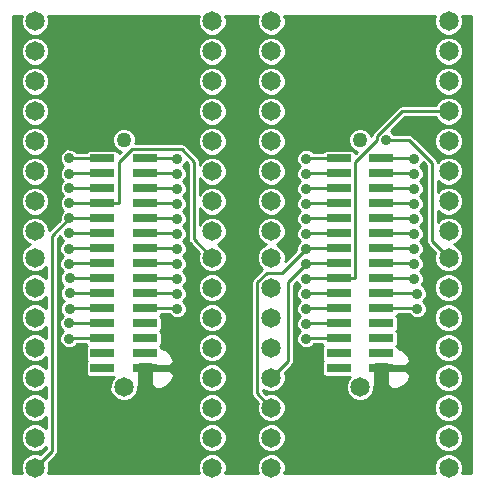
<source format=gbl>
G04 (created by PCBNEW (2013-mar-13)-testing) date Tue 20 Aug 2013 10:34:20 AM PDT*
%MOIN*%
G04 Gerber Fmt 3.4, Leading zero omitted, Abs format*
%FSLAX34Y34*%
G01*
G70*
G90*
G04 APERTURE LIST*
%ADD10C,0.005906*%
%ADD11C,0.065000*%
%ADD12R,0.083000X0.026000*%
%ADD13C,0.050000*%
%ADD14C,0.035000*%
%ADD15C,0.010000*%
G04 APERTURE END LIST*
G54D10*
G54D11*
X20669Y-20122D03*
X20669Y-21122D03*
X20669Y-22122D03*
X20669Y-23122D03*
X20669Y-24122D03*
X20669Y-25122D03*
X20669Y-26122D03*
X20669Y-27122D03*
X26574Y-27122D03*
X26574Y-26122D03*
X26574Y-25122D03*
X26574Y-24122D03*
X26574Y-23122D03*
X26574Y-22122D03*
X26574Y-21122D03*
X26574Y-20122D03*
X20669Y-27996D03*
X20669Y-28996D03*
X20669Y-29996D03*
X20669Y-30996D03*
X20669Y-31996D03*
X20669Y-32996D03*
X20669Y-33996D03*
X20669Y-34996D03*
X26574Y-34996D03*
X26574Y-33996D03*
X26574Y-32996D03*
X26574Y-31996D03*
X26574Y-30996D03*
X26574Y-29996D03*
X26574Y-28996D03*
X26574Y-27996D03*
X28543Y-20122D03*
X28543Y-21122D03*
X28543Y-22122D03*
X28543Y-23122D03*
X28543Y-24122D03*
X28543Y-25122D03*
X28543Y-26122D03*
X28543Y-27122D03*
X34448Y-27122D03*
X34448Y-26122D03*
X34448Y-25122D03*
X34448Y-24122D03*
X34448Y-23122D03*
X34448Y-22122D03*
X34448Y-21122D03*
X34448Y-20122D03*
X28543Y-27996D03*
X28543Y-28996D03*
X28543Y-29996D03*
X28543Y-30996D03*
X28543Y-31996D03*
X28543Y-32996D03*
X28543Y-33996D03*
X28543Y-34996D03*
X34448Y-34996D03*
X34448Y-33996D03*
X34448Y-32996D03*
X34448Y-31996D03*
X34448Y-30996D03*
X34448Y-29996D03*
X34448Y-28996D03*
X34448Y-27996D03*
G54D12*
X24332Y-24688D03*
X22912Y-24688D03*
X24332Y-25188D03*
X22912Y-25188D03*
X24332Y-25688D03*
X22912Y-25688D03*
X24332Y-26188D03*
X22912Y-26188D03*
X24332Y-26688D03*
X22912Y-26688D03*
X24332Y-27188D03*
X22912Y-27188D03*
X24332Y-27688D03*
X22912Y-27688D03*
X24332Y-28188D03*
X22912Y-28188D03*
X24332Y-28688D03*
X22912Y-28688D03*
X24332Y-29188D03*
X22912Y-29188D03*
X24332Y-29688D03*
X22912Y-29688D03*
X24332Y-30188D03*
X22912Y-30188D03*
X24332Y-30688D03*
X22912Y-30688D03*
X24332Y-31188D03*
X22912Y-31188D03*
X24332Y-31688D03*
X22912Y-31688D03*
G54D13*
X23622Y-24068D03*
G54D11*
X23622Y-32308D03*
G54D12*
X32206Y-24688D03*
X30786Y-24688D03*
X32206Y-25188D03*
X30786Y-25188D03*
X32206Y-25688D03*
X30786Y-25688D03*
X32206Y-26188D03*
X30786Y-26188D03*
X32206Y-26688D03*
X30786Y-26688D03*
X32206Y-27188D03*
X30786Y-27188D03*
X32206Y-27688D03*
X30786Y-27688D03*
X32206Y-28188D03*
X30786Y-28188D03*
X32206Y-28688D03*
X30786Y-28688D03*
X32206Y-29188D03*
X30786Y-29188D03*
X32206Y-29688D03*
X30786Y-29688D03*
X32206Y-30188D03*
X30786Y-30188D03*
X32206Y-30688D03*
X30786Y-30688D03*
X32206Y-31188D03*
X30786Y-31188D03*
X32206Y-31688D03*
X30786Y-31688D03*
G54D13*
X31496Y-24068D03*
G54D11*
X31496Y-32308D03*
G54D14*
X25400Y-28700D03*
X21800Y-27700D03*
X21811Y-27165D03*
X21811Y-26692D03*
X21811Y-26181D03*
X21811Y-25669D03*
X21811Y-25196D03*
X21811Y-24685D03*
X25400Y-29200D03*
X25400Y-29700D03*
X21800Y-30700D03*
X21800Y-30180D03*
X21820Y-29700D03*
X21820Y-29180D03*
X21820Y-28680D03*
X21800Y-28200D03*
X33300Y-28700D03*
X29700Y-27700D03*
X29700Y-27200D03*
X29700Y-26700D03*
X29700Y-26200D03*
X32373Y-24080D03*
X29700Y-25700D03*
X29700Y-25200D03*
X29700Y-24700D03*
X33400Y-29200D03*
X33400Y-29700D03*
X29700Y-30700D03*
X29700Y-30200D03*
X29700Y-29700D03*
X29700Y-29200D03*
X29700Y-28700D03*
X29700Y-28200D03*
X25400Y-24700D03*
X25400Y-25200D03*
X25400Y-25700D03*
X25400Y-26200D03*
X25400Y-26700D03*
X25400Y-27200D03*
X25400Y-27700D03*
X25400Y-28200D03*
X33300Y-24700D03*
X33300Y-25200D03*
X33300Y-25700D03*
X33300Y-26200D03*
X33300Y-26700D03*
X33300Y-27200D03*
X33300Y-27700D03*
X33300Y-28200D03*
X25400Y-31700D03*
X33400Y-31700D03*
G54D15*
X25388Y-28688D02*
X25400Y-28700D01*
X24332Y-28688D02*
X25388Y-28688D01*
X21811Y-27688D02*
X21800Y-27700D01*
X22912Y-27688D02*
X21811Y-27688D01*
X21834Y-27188D02*
X21811Y-27165D01*
X22912Y-27188D02*
X21834Y-27188D01*
X21814Y-26688D02*
X21811Y-26692D01*
X22912Y-26688D02*
X21814Y-26688D01*
X21214Y-34451D02*
X20669Y-34996D01*
X21214Y-34451D02*
X21214Y-34451D01*
X21214Y-27289D02*
X21214Y-34451D01*
X21811Y-26692D02*
X21214Y-27289D01*
X21818Y-26188D02*
X21811Y-26181D01*
X22912Y-26188D02*
X21818Y-26188D01*
X22912Y-26188D02*
X23457Y-26188D01*
X25955Y-27376D02*
X26574Y-27996D01*
X25955Y-27376D02*
X25955Y-27376D01*
X25955Y-24796D02*
X25955Y-27376D01*
X25548Y-24388D02*
X25955Y-24796D01*
X23891Y-24388D02*
X25548Y-24388D01*
X23457Y-24822D02*
X23891Y-24388D01*
X23457Y-26188D02*
X23457Y-24822D01*
X21830Y-25688D02*
X21811Y-25669D01*
X22912Y-25688D02*
X21830Y-25688D01*
X21818Y-25188D02*
X21811Y-25196D01*
X22912Y-25188D02*
X21818Y-25188D01*
X21814Y-24688D02*
X21811Y-24685D01*
X22912Y-24688D02*
X21814Y-24688D01*
X25388Y-29188D02*
X25400Y-29200D01*
X24332Y-29188D02*
X25388Y-29188D01*
X25388Y-29688D02*
X25400Y-29700D01*
X24332Y-29688D02*
X25388Y-29688D01*
X21811Y-30688D02*
X21800Y-30700D01*
X22912Y-30688D02*
X21811Y-30688D01*
X21808Y-30188D02*
X21800Y-30180D01*
X22912Y-30188D02*
X21808Y-30188D01*
X21831Y-29688D02*
X21820Y-29700D01*
X22912Y-29688D02*
X21831Y-29688D01*
X21828Y-29188D02*
X21820Y-29180D01*
X22912Y-29188D02*
X21828Y-29188D01*
X21828Y-28688D02*
X21820Y-28680D01*
X22912Y-28688D02*
X21828Y-28688D01*
X21811Y-28188D02*
X21800Y-28200D01*
X22912Y-28188D02*
X21811Y-28188D01*
X33288Y-28688D02*
X33300Y-28700D01*
X32206Y-28688D02*
X33288Y-28688D01*
X29711Y-27688D02*
X29700Y-27700D01*
X30786Y-27688D02*
X29711Y-27688D01*
X28072Y-32525D02*
X28543Y-32996D01*
X28072Y-28817D02*
X28072Y-32525D01*
X28394Y-28496D02*
X28072Y-28817D01*
X28903Y-28496D02*
X28394Y-28496D01*
X29700Y-27700D02*
X28903Y-28496D01*
X29711Y-27188D02*
X29700Y-27200D01*
X30786Y-27188D02*
X29711Y-27188D01*
X29711Y-26688D02*
X29700Y-26700D01*
X30786Y-26688D02*
X29711Y-26688D01*
X29711Y-26188D02*
X29700Y-26200D01*
X30786Y-26188D02*
X29711Y-26188D01*
X33890Y-27438D02*
X34448Y-27996D01*
X33890Y-24832D02*
X33890Y-27438D01*
X33138Y-24080D02*
X33890Y-24832D01*
X32373Y-24080D02*
X33138Y-24080D01*
X29711Y-25688D02*
X29700Y-25700D01*
X30786Y-25688D02*
X29711Y-25688D01*
X29711Y-25188D02*
X29700Y-25200D01*
X30786Y-25188D02*
X29711Y-25188D01*
X29711Y-24688D02*
X29700Y-24700D01*
X30786Y-24688D02*
X29711Y-24688D01*
X33388Y-29188D02*
X33400Y-29200D01*
X32206Y-29188D02*
X33388Y-29188D01*
X33388Y-29688D02*
X33400Y-29700D01*
X32206Y-29688D02*
X33388Y-29688D01*
X29711Y-30688D02*
X29700Y-30700D01*
X30786Y-30688D02*
X29711Y-30688D01*
X29711Y-30188D02*
X29700Y-30200D01*
X30786Y-30188D02*
X29711Y-30188D01*
X29711Y-29688D02*
X29700Y-29700D01*
X30786Y-29688D02*
X29711Y-29688D01*
X29711Y-29188D02*
X29700Y-29200D01*
X30786Y-29188D02*
X29711Y-29188D01*
X29711Y-28688D02*
X29700Y-28700D01*
X30786Y-28688D02*
X29711Y-28688D01*
X30786Y-28688D02*
X31331Y-28688D01*
X31331Y-24824D02*
X31331Y-28688D01*
X32068Y-24087D02*
X31331Y-24824D01*
X32068Y-23954D02*
X32068Y-24087D01*
X32900Y-23122D02*
X32068Y-23954D01*
X34448Y-23122D02*
X32900Y-23122D01*
X29711Y-28188D02*
X29700Y-28200D01*
X30786Y-28188D02*
X29711Y-28188D01*
X29088Y-31451D02*
X28543Y-31996D01*
X29088Y-28811D02*
X29088Y-31451D01*
X29700Y-28200D02*
X29088Y-28811D01*
X25388Y-24688D02*
X25400Y-24700D01*
X24332Y-24688D02*
X25388Y-24688D01*
X25388Y-25188D02*
X25400Y-25200D01*
X24332Y-25188D02*
X25388Y-25188D01*
X25388Y-25688D02*
X25400Y-25700D01*
X24332Y-25688D02*
X25388Y-25688D01*
X25388Y-26188D02*
X25400Y-26200D01*
X24332Y-26188D02*
X25388Y-26188D01*
X25388Y-26688D02*
X25400Y-26700D01*
X24332Y-26688D02*
X25388Y-26688D01*
X25388Y-27188D02*
X25400Y-27200D01*
X24332Y-27188D02*
X25388Y-27188D01*
X25388Y-27688D02*
X25400Y-27700D01*
X24332Y-27688D02*
X25388Y-27688D01*
X25388Y-28188D02*
X25400Y-28200D01*
X24332Y-28188D02*
X25388Y-28188D01*
X33288Y-24688D02*
X33300Y-24700D01*
X32206Y-24688D02*
X33288Y-24688D01*
X33288Y-25188D02*
X33300Y-25200D01*
X32206Y-25188D02*
X33288Y-25188D01*
X33288Y-25688D02*
X33300Y-25700D01*
X32206Y-25688D02*
X33288Y-25688D01*
X33288Y-26188D02*
X33300Y-26200D01*
X32206Y-26188D02*
X33288Y-26188D01*
X33288Y-26688D02*
X33300Y-26700D01*
X32206Y-26688D02*
X33288Y-26688D01*
X33288Y-27188D02*
X33300Y-27200D01*
X32206Y-27188D02*
X33288Y-27188D01*
X33288Y-27688D02*
X33300Y-27700D01*
X32206Y-27688D02*
X33288Y-27688D01*
X33288Y-28188D02*
X33300Y-28200D01*
X32206Y-28188D02*
X33288Y-28188D01*
X25388Y-31688D02*
X25400Y-31700D01*
X24332Y-31688D02*
X25388Y-31688D01*
X33388Y-31688D02*
X33400Y-31700D01*
X32206Y-31688D02*
X33388Y-31688D01*
G54D10*
G36*
X35186Y-35186D02*
X34884Y-35186D01*
X34923Y-35090D01*
X34923Y-34901D01*
X34923Y-33901D01*
X34923Y-32901D01*
X34923Y-31901D01*
X34923Y-30901D01*
X34923Y-29901D01*
X34923Y-28901D01*
X34923Y-27901D01*
X34851Y-27727D01*
X34718Y-27593D01*
X34635Y-27559D01*
X34717Y-27524D01*
X34851Y-27391D01*
X34923Y-27216D01*
X34923Y-27027D01*
X34851Y-26853D01*
X34718Y-26719D01*
X34543Y-26647D01*
X34354Y-26646D01*
X34180Y-26719D01*
X34090Y-26808D01*
X34090Y-26435D01*
X34179Y-26524D01*
X34353Y-26596D01*
X34542Y-26597D01*
X34717Y-26524D01*
X34851Y-26391D01*
X34923Y-26216D01*
X34923Y-26027D01*
X34851Y-25853D01*
X34718Y-25719D01*
X34543Y-25647D01*
X34354Y-25646D01*
X34180Y-25719D01*
X34090Y-25808D01*
X34090Y-25435D01*
X34179Y-25524D01*
X34353Y-25596D01*
X34542Y-25597D01*
X34717Y-25524D01*
X34851Y-25391D01*
X34923Y-25216D01*
X34923Y-25027D01*
X34923Y-24027D01*
X34851Y-23853D01*
X34718Y-23719D01*
X34543Y-23647D01*
X34354Y-23646D01*
X34180Y-23719D01*
X34046Y-23852D01*
X33973Y-24027D01*
X33973Y-24216D01*
X34045Y-24390D01*
X34179Y-24524D01*
X34353Y-24596D01*
X34542Y-24597D01*
X34717Y-24524D01*
X34851Y-24391D01*
X34923Y-24216D01*
X34923Y-24027D01*
X34923Y-25027D01*
X34851Y-24853D01*
X34718Y-24719D01*
X34543Y-24647D01*
X34354Y-24646D01*
X34180Y-24719D01*
X34086Y-24812D01*
X34078Y-24768D01*
X34075Y-24756D01*
X34075Y-24756D01*
X34032Y-24691D01*
X33280Y-23939D01*
X33215Y-23895D01*
X33138Y-23880D01*
X32633Y-23880D01*
X32557Y-23805D01*
X32517Y-23788D01*
X32983Y-23322D01*
X34017Y-23322D01*
X34045Y-23390D01*
X34179Y-23524D01*
X34353Y-23596D01*
X34542Y-23597D01*
X34717Y-23524D01*
X34851Y-23391D01*
X34923Y-23216D01*
X34923Y-23027D01*
X34923Y-22027D01*
X34923Y-21027D01*
X34851Y-20853D01*
X34718Y-20719D01*
X34543Y-20647D01*
X34354Y-20646D01*
X34180Y-20719D01*
X34046Y-20852D01*
X33973Y-21027D01*
X33973Y-21216D01*
X34045Y-21390D01*
X34179Y-21524D01*
X34353Y-21596D01*
X34542Y-21597D01*
X34717Y-21524D01*
X34851Y-21391D01*
X34923Y-21216D01*
X34923Y-21027D01*
X34923Y-22027D01*
X34851Y-21853D01*
X34718Y-21719D01*
X34543Y-21647D01*
X34354Y-21646D01*
X34180Y-21719D01*
X34046Y-21852D01*
X33973Y-22027D01*
X33973Y-22216D01*
X34045Y-22390D01*
X34179Y-22524D01*
X34353Y-22596D01*
X34542Y-22597D01*
X34717Y-22524D01*
X34851Y-22391D01*
X34923Y-22216D01*
X34923Y-22027D01*
X34923Y-23027D01*
X34851Y-22853D01*
X34718Y-22719D01*
X34543Y-22647D01*
X34354Y-22646D01*
X34180Y-22719D01*
X34046Y-22852D01*
X34017Y-22922D01*
X32900Y-22922D01*
X32824Y-22937D01*
X32759Y-22980D01*
X31927Y-23812D01*
X31883Y-23877D01*
X31872Y-23933D01*
X31835Y-23842D01*
X31722Y-23730D01*
X31575Y-23669D01*
X31416Y-23668D01*
X31269Y-23729D01*
X31157Y-23842D01*
X31096Y-23989D01*
X31095Y-24148D01*
X31156Y-24295D01*
X31269Y-24407D01*
X31407Y-24465D01*
X31348Y-24523D01*
X31328Y-24474D01*
X31286Y-24431D01*
X31230Y-24408D01*
X31171Y-24408D01*
X30341Y-24408D01*
X30286Y-24431D01*
X30243Y-24474D01*
X30237Y-24488D01*
X29948Y-24488D01*
X29884Y-24424D01*
X29764Y-24375D01*
X29635Y-24374D01*
X29516Y-24424D01*
X29424Y-24515D01*
X29375Y-24635D01*
X29374Y-24764D01*
X29424Y-24883D01*
X29490Y-24950D01*
X29424Y-25015D01*
X29375Y-25135D01*
X29374Y-25264D01*
X29424Y-25383D01*
X29490Y-25450D01*
X29424Y-25515D01*
X29375Y-25635D01*
X29374Y-25764D01*
X29424Y-25883D01*
X29490Y-25950D01*
X29424Y-26015D01*
X29375Y-26135D01*
X29374Y-26264D01*
X29424Y-26383D01*
X29490Y-26450D01*
X29424Y-26515D01*
X29375Y-26635D01*
X29374Y-26764D01*
X29424Y-26883D01*
X29490Y-26950D01*
X29424Y-27015D01*
X29375Y-27135D01*
X29374Y-27264D01*
X29424Y-27383D01*
X29490Y-27450D01*
X29424Y-27515D01*
X29375Y-27635D01*
X29374Y-27742D01*
X29012Y-28104D01*
X29018Y-28090D01*
X29018Y-27901D01*
X28946Y-27727D01*
X28812Y-27593D01*
X28729Y-27559D01*
X28812Y-27524D01*
X28945Y-27391D01*
X29018Y-27216D01*
X29018Y-27027D01*
X29018Y-26027D01*
X29018Y-25027D01*
X29018Y-24027D01*
X29018Y-23027D01*
X29018Y-22027D01*
X29018Y-21027D01*
X28946Y-20853D01*
X28812Y-20719D01*
X28638Y-20647D01*
X28449Y-20646D01*
X28274Y-20719D01*
X28140Y-20852D01*
X28068Y-21027D01*
X28068Y-21216D01*
X28140Y-21390D01*
X28273Y-21524D01*
X28448Y-21596D01*
X28637Y-21597D01*
X28812Y-21524D01*
X28945Y-21391D01*
X29018Y-21216D01*
X29018Y-21027D01*
X29018Y-22027D01*
X28946Y-21853D01*
X28812Y-21719D01*
X28638Y-21647D01*
X28449Y-21646D01*
X28274Y-21719D01*
X28140Y-21852D01*
X28068Y-22027D01*
X28068Y-22216D01*
X28140Y-22390D01*
X28273Y-22524D01*
X28448Y-22596D01*
X28637Y-22597D01*
X28812Y-22524D01*
X28945Y-22391D01*
X29018Y-22216D01*
X29018Y-22027D01*
X29018Y-23027D01*
X28946Y-22853D01*
X28812Y-22719D01*
X28638Y-22647D01*
X28449Y-22646D01*
X28274Y-22719D01*
X28140Y-22852D01*
X28068Y-23027D01*
X28068Y-23216D01*
X28140Y-23390D01*
X28273Y-23524D01*
X28448Y-23596D01*
X28637Y-23597D01*
X28812Y-23524D01*
X28945Y-23391D01*
X29018Y-23216D01*
X29018Y-23027D01*
X29018Y-24027D01*
X28946Y-23853D01*
X28812Y-23719D01*
X28638Y-23647D01*
X28449Y-23646D01*
X28274Y-23719D01*
X28140Y-23852D01*
X28068Y-24027D01*
X28068Y-24216D01*
X28140Y-24390D01*
X28273Y-24524D01*
X28448Y-24596D01*
X28637Y-24597D01*
X28812Y-24524D01*
X28945Y-24391D01*
X29018Y-24216D01*
X29018Y-24027D01*
X29018Y-25027D01*
X28946Y-24853D01*
X28812Y-24719D01*
X28638Y-24647D01*
X28449Y-24646D01*
X28274Y-24719D01*
X28140Y-24852D01*
X28068Y-25027D01*
X28068Y-25216D01*
X28140Y-25390D01*
X28273Y-25524D01*
X28448Y-25596D01*
X28637Y-25597D01*
X28812Y-25524D01*
X28945Y-25391D01*
X29018Y-25216D01*
X29018Y-25027D01*
X29018Y-26027D01*
X28946Y-25853D01*
X28812Y-25719D01*
X28638Y-25647D01*
X28449Y-25646D01*
X28274Y-25719D01*
X28140Y-25852D01*
X28068Y-26027D01*
X28068Y-26216D01*
X28140Y-26390D01*
X28273Y-26524D01*
X28448Y-26596D01*
X28637Y-26597D01*
X28812Y-26524D01*
X28945Y-26391D01*
X29018Y-26216D01*
X29018Y-26027D01*
X29018Y-27027D01*
X28946Y-26853D01*
X28812Y-26719D01*
X28638Y-26647D01*
X28449Y-26646D01*
X28274Y-26719D01*
X28140Y-26852D01*
X28068Y-27027D01*
X28068Y-27216D01*
X28140Y-27390D01*
X28273Y-27524D01*
X28357Y-27559D01*
X28274Y-27593D01*
X28140Y-27726D01*
X28068Y-27901D01*
X28068Y-28090D01*
X28140Y-28264D01*
X28241Y-28365D01*
X27931Y-28676D01*
X27887Y-28740D01*
X27872Y-28817D01*
X27872Y-32525D01*
X27887Y-32601D01*
X27931Y-32666D01*
X28096Y-32832D01*
X28068Y-32901D01*
X28068Y-33090D01*
X28140Y-33264D01*
X28273Y-33398D01*
X28448Y-33470D01*
X28637Y-33471D01*
X28812Y-33398D01*
X28945Y-33265D01*
X29018Y-33090D01*
X29018Y-32901D01*
X28946Y-32727D01*
X28812Y-32593D01*
X28638Y-32521D01*
X28449Y-32520D01*
X28379Y-32549D01*
X28272Y-32442D01*
X28272Y-32397D01*
X28273Y-32398D01*
X28448Y-32470D01*
X28637Y-32471D01*
X28812Y-32398D01*
X28945Y-32265D01*
X29018Y-32090D01*
X29018Y-31901D01*
X28989Y-31832D01*
X29229Y-31592D01*
X29272Y-31527D01*
X29272Y-31527D01*
X29288Y-31451D01*
X29288Y-28894D01*
X29387Y-28795D01*
X29424Y-28883D01*
X29490Y-28950D01*
X29424Y-29015D01*
X29375Y-29135D01*
X29374Y-29264D01*
X29424Y-29383D01*
X29490Y-29450D01*
X29424Y-29515D01*
X29375Y-29635D01*
X29374Y-29764D01*
X29424Y-29883D01*
X29490Y-29950D01*
X29424Y-30015D01*
X29375Y-30135D01*
X29374Y-30264D01*
X29424Y-30383D01*
X29490Y-30450D01*
X29424Y-30515D01*
X29375Y-30635D01*
X29374Y-30764D01*
X29424Y-30883D01*
X29515Y-30975D01*
X29635Y-31024D01*
X29764Y-31025D01*
X29883Y-30975D01*
X29970Y-30888D01*
X30237Y-30888D01*
X30243Y-30903D01*
X30278Y-30938D01*
X30243Y-30974D01*
X30221Y-31029D01*
X30221Y-31088D01*
X30221Y-31348D01*
X30243Y-31403D01*
X30278Y-31438D01*
X30243Y-31474D01*
X30221Y-31529D01*
X30221Y-31588D01*
X30221Y-31848D01*
X30243Y-31903D01*
X30286Y-31946D01*
X30341Y-31968D01*
X30400Y-31968D01*
X31164Y-31968D01*
X31093Y-32039D01*
X31021Y-32214D01*
X31020Y-32403D01*
X31093Y-32577D01*
X31226Y-32711D01*
X31401Y-32783D01*
X31590Y-32784D01*
X31764Y-32711D01*
X31898Y-32578D01*
X31970Y-32403D01*
X31971Y-32266D01*
X32006Y-32231D01*
X32006Y-31753D01*
X31998Y-31753D01*
X31998Y-31623D01*
X32006Y-31623D01*
X32006Y-31558D01*
X32406Y-31558D01*
X32406Y-31623D01*
X33033Y-31623D01*
X33171Y-31486D01*
X33171Y-31449D01*
X33087Y-31247D01*
X32932Y-31092D01*
X32769Y-31025D01*
X32748Y-30974D01*
X32713Y-30938D01*
X32748Y-30903D01*
X32771Y-30848D01*
X32771Y-30789D01*
X32771Y-30529D01*
X32748Y-30474D01*
X32713Y-30438D01*
X32748Y-30403D01*
X32771Y-30348D01*
X32771Y-30289D01*
X32771Y-30029D01*
X32748Y-29974D01*
X32713Y-29938D01*
X32748Y-29903D01*
X32754Y-29888D01*
X33129Y-29888D01*
X33215Y-29975D01*
X33335Y-30024D01*
X33464Y-30025D01*
X33583Y-29975D01*
X33675Y-29884D01*
X33724Y-29764D01*
X33725Y-29635D01*
X33675Y-29516D01*
X33609Y-29449D01*
X33675Y-29384D01*
X33724Y-29264D01*
X33725Y-29135D01*
X33675Y-29016D01*
X33584Y-28924D01*
X33549Y-28910D01*
X33575Y-28884D01*
X33624Y-28764D01*
X33625Y-28635D01*
X33575Y-28516D01*
X33509Y-28449D01*
X33575Y-28384D01*
X33624Y-28264D01*
X33625Y-28135D01*
X33575Y-28016D01*
X33509Y-27949D01*
X33575Y-27884D01*
X33624Y-27764D01*
X33625Y-27635D01*
X33575Y-27516D01*
X33509Y-27449D01*
X33575Y-27384D01*
X33624Y-27264D01*
X33625Y-27135D01*
X33575Y-27016D01*
X33509Y-26949D01*
X33575Y-26884D01*
X33624Y-26764D01*
X33625Y-26635D01*
X33575Y-26516D01*
X33509Y-26449D01*
X33575Y-26384D01*
X33624Y-26264D01*
X33625Y-26135D01*
X33575Y-26016D01*
X33509Y-25949D01*
X33575Y-25884D01*
X33624Y-25764D01*
X33625Y-25635D01*
X33575Y-25516D01*
X33509Y-25449D01*
X33575Y-25384D01*
X33624Y-25264D01*
X33625Y-25135D01*
X33575Y-25016D01*
X33509Y-24949D01*
X33575Y-24884D01*
X33600Y-24824D01*
X33690Y-24915D01*
X33690Y-27438D01*
X33706Y-27514D01*
X33749Y-27579D01*
X34002Y-27832D01*
X33973Y-27901D01*
X33973Y-28090D01*
X34045Y-28264D01*
X34179Y-28398D01*
X34353Y-28470D01*
X34542Y-28471D01*
X34717Y-28398D01*
X34851Y-28265D01*
X34923Y-28090D01*
X34923Y-27901D01*
X34923Y-28901D01*
X34851Y-28727D01*
X34718Y-28593D01*
X34543Y-28521D01*
X34354Y-28520D01*
X34180Y-28593D01*
X34046Y-28726D01*
X33973Y-28901D01*
X33973Y-29090D01*
X34045Y-29264D01*
X34179Y-29398D01*
X34353Y-29470D01*
X34542Y-29471D01*
X34717Y-29398D01*
X34851Y-29265D01*
X34923Y-29090D01*
X34923Y-28901D01*
X34923Y-29901D01*
X34851Y-29727D01*
X34718Y-29593D01*
X34543Y-29521D01*
X34354Y-29520D01*
X34180Y-29593D01*
X34046Y-29726D01*
X33973Y-29901D01*
X33973Y-30090D01*
X34045Y-30264D01*
X34179Y-30398D01*
X34353Y-30470D01*
X34542Y-30471D01*
X34717Y-30398D01*
X34851Y-30265D01*
X34923Y-30090D01*
X34923Y-29901D01*
X34923Y-30901D01*
X34851Y-30727D01*
X34718Y-30593D01*
X34543Y-30521D01*
X34354Y-30520D01*
X34180Y-30593D01*
X34046Y-30726D01*
X33973Y-30901D01*
X33973Y-31090D01*
X34045Y-31264D01*
X34179Y-31398D01*
X34353Y-31470D01*
X34542Y-31471D01*
X34717Y-31398D01*
X34851Y-31265D01*
X34923Y-31090D01*
X34923Y-30901D01*
X34923Y-31901D01*
X34851Y-31727D01*
X34718Y-31593D01*
X34543Y-31521D01*
X34354Y-31520D01*
X34180Y-31593D01*
X34046Y-31726D01*
X33973Y-31901D01*
X33973Y-32090D01*
X34045Y-32264D01*
X34179Y-32398D01*
X34353Y-32470D01*
X34542Y-32471D01*
X34717Y-32398D01*
X34851Y-32265D01*
X34923Y-32090D01*
X34923Y-31901D01*
X34923Y-32901D01*
X34851Y-32727D01*
X34718Y-32593D01*
X34543Y-32521D01*
X34354Y-32520D01*
X34180Y-32593D01*
X34046Y-32726D01*
X33973Y-32901D01*
X33973Y-33090D01*
X34045Y-33264D01*
X34179Y-33398D01*
X34353Y-33470D01*
X34542Y-33471D01*
X34717Y-33398D01*
X34851Y-33265D01*
X34923Y-33090D01*
X34923Y-32901D01*
X34923Y-33901D01*
X34851Y-33727D01*
X34718Y-33593D01*
X34543Y-33521D01*
X34354Y-33520D01*
X34180Y-33593D01*
X34046Y-33726D01*
X33973Y-33901D01*
X33973Y-34090D01*
X34045Y-34264D01*
X34179Y-34398D01*
X34353Y-34470D01*
X34542Y-34471D01*
X34717Y-34398D01*
X34851Y-34265D01*
X34923Y-34090D01*
X34923Y-33901D01*
X34923Y-34901D01*
X34851Y-34727D01*
X34718Y-34593D01*
X34543Y-34521D01*
X34354Y-34520D01*
X34180Y-34593D01*
X34046Y-34726D01*
X33973Y-34901D01*
X33973Y-35090D01*
X34013Y-35186D01*
X33171Y-35186D01*
X33171Y-31928D01*
X33171Y-31891D01*
X33033Y-31753D01*
X32406Y-31753D01*
X32406Y-32231D01*
X32543Y-32368D01*
X32730Y-32368D01*
X32932Y-32285D01*
X33087Y-32130D01*
X33171Y-31928D01*
X33171Y-35186D01*
X28978Y-35186D01*
X29018Y-35090D01*
X29018Y-34901D01*
X29018Y-33901D01*
X28946Y-33727D01*
X28812Y-33593D01*
X28638Y-33521D01*
X28449Y-33520D01*
X28274Y-33593D01*
X28140Y-33726D01*
X28068Y-33901D01*
X28068Y-34090D01*
X28140Y-34264D01*
X28273Y-34398D01*
X28448Y-34470D01*
X28637Y-34471D01*
X28812Y-34398D01*
X28945Y-34265D01*
X29018Y-34090D01*
X29018Y-33901D01*
X29018Y-34901D01*
X28946Y-34727D01*
X28812Y-34593D01*
X28638Y-34521D01*
X28449Y-34520D01*
X28274Y-34593D01*
X28140Y-34726D01*
X28068Y-34901D01*
X28068Y-35090D01*
X28107Y-35186D01*
X27010Y-35186D01*
X27049Y-35090D01*
X27049Y-34901D01*
X27049Y-33901D01*
X27049Y-32901D01*
X27049Y-31901D01*
X27049Y-30901D01*
X27049Y-29901D01*
X27049Y-28901D01*
X26977Y-28727D01*
X26844Y-28593D01*
X26669Y-28521D01*
X26480Y-28520D01*
X26306Y-28593D01*
X26172Y-28726D01*
X26099Y-28901D01*
X26099Y-29090D01*
X26171Y-29264D01*
X26305Y-29398D01*
X26479Y-29470D01*
X26668Y-29471D01*
X26843Y-29398D01*
X26977Y-29265D01*
X27049Y-29090D01*
X27049Y-28901D01*
X27049Y-29901D01*
X26977Y-29727D01*
X26844Y-29593D01*
X26669Y-29521D01*
X26480Y-29520D01*
X26306Y-29593D01*
X26172Y-29726D01*
X26099Y-29901D01*
X26099Y-30090D01*
X26171Y-30264D01*
X26305Y-30398D01*
X26479Y-30470D01*
X26668Y-30471D01*
X26843Y-30398D01*
X26977Y-30265D01*
X27049Y-30090D01*
X27049Y-29901D01*
X27049Y-30901D01*
X26977Y-30727D01*
X26844Y-30593D01*
X26669Y-30521D01*
X26480Y-30520D01*
X26306Y-30593D01*
X26172Y-30726D01*
X26099Y-30901D01*
X26099Y-31090D01*
X26171Y-31264D01*
X26305Y-31398D01*
X26479Y-31470D01*
X26668Y-31471D01*
X26843Y-31398D01*
X26977Y-31265D01*
X27049Y-31090D01*
X27049Y-30901D01*
X27049Y-31901D01*
X26977Y-31727D01*
X26844Y-31593D01*
X26669Y-31521D01*
X26480Y-31520D01*
X26306Y-31593D01*
X26172Y-31726D01*
X26099Y-31901D01*
X26099Y-32090D01*
X26171Y-32264D01*
X26305Y-32398D01*
X26479Y-32470D01*
X26668Y-32471D01*
X26843Y-32398D01*
X26977Y-32265D01*
X27049Y-32090D01*
X27049Y-31901D01*
X27049Y-32901D01*
X26977Y-32727D01*
X26844Y-32593D01*
X26669Y-32521D01*
X26480Y-32520D01*
X26306Y-32593D01*
X26172Y-32726D01*
X26099Y-32901D01*
X26099Y-33090D01*
X26171Y-33264D01*
X26305Y-33398D01*
X26479Y-33470D01*
X26668Y-33471D01*
X26843Y-33398D01*
X26977Y-33265D01*
X27049Y-33090D01*
X27049Y-32901D01*
X27049Y-33901D01*
X26977Y-33727D01*
X26844Y-33593D01*
X26669Y-33521D01*
X26480Y-33520D01*
X26306Y-33593D01*
X26172Y-33726D01*
X26099Y-33901D01*
X26099Y-34090D01*
X26171Y-34264D01*
X26305Y-34398D01*
X26479Y-34470D01*
X26668Y-34471D01*
X26843Y-34398D01*
X26977Y-34265D01*
X27049Y-34090D01*
X27049Y-33901D01*
X27049Y-34901D01*
X26977Y-34727D01*
X26844Y-34593D01*
X26669Y-34521D01*
X26480Y-34520D01*
X26306Y-34593D01*
X26172Y-34726D01*
X26099Y-34901D01*
X26099Y-35090D01*
X26139Y-35186D01*
X25297Y-35186D01*
X25297Y-31928D01*
X25297Y-31891D01*
X25159Y-31753D01*
X24532Y-31753D01*
X24532Y-32231D01*
X24669Y-32368D01*
X24856Y-32368D01*
X25058Y-32285D01*
X25213Y-32130D01*
X25297Y-31928D01*
X25297Y-35186D01*
X21104Y-35186D01*
X21144Y-35090D01*
X21144Y-34901D01*
X21115Y-34832D01*
X21355Y-34592D01*
X21355Y-34592D01*
X21398Y-34527D01*
X21414Y-34451D01*
X21414Y-27372D01*
X21506Y-27280D01*
X21535Y-27349D01*
X21613Y-27427D01*
X21524Y-27515D01*
X21475Y-27635D01*
X21474Y-27764D01*
X21524Y-27883D01*
X21590Y-27950D01*
X21524Y-28015D01*
X21475Y-28135D01*
X21474Y-28264D01*
X21524Y-28383D01*
X21590Y-28450D01*
X21544Y-28495D01*
X21495Y-28615D01*
X21494Y-28744D01*
X21544Y-28863D01*
X21610Y-28930D01*
X21544Y-28995D01*
X21495Y-29115D01*
X21494Y-29244D01*
X21544Y-29363D01*
X21620Y-29440D01*
X21544Y-29515D01*
X21495Y-29635D01*
X21494Y-29764D01*
X21544Y-29883D01*
X21590Y-29930D01*
X21524Y-29995D01*
X21475Y-30115D01*
X21474Y-30244D01*
X21524Y-30363D01*
X21600Y-30440D01*
X21524Y-30515D01*
X21475Y-30635D01*
X21474Y-30764D01*
X21524Y-30883D01*
X21615Y-30975D01*
X21735Y-31024D01*
X21864Y-31025D01*
X21983Y-30975D01*
X22070Y-30888D01*
X22363Y-30888D01*
X22369Y-30903D01*
X22404Y-30938D01*
X22369Y-30974D01*
X22347Y-31029D01*
X22347Y-31088D01*
X22347Y-31348D01*
X22369Y-31403D01*
X22404Y-31438D01*
X22369Y-31474D01*
X22347Y-31529D01*
X22347Y-31588D01*
X22347Y-31848D01*
X22369Y-31903D01*
X22412Y-31946D01*
X22467Y-31968D01*
X22526Y-31968D01*
X23290Y-31968D01*
X23219Y-32039D01*
X23147Y-32214D01*
X23146Y-32403D01*
X23219Y-32577D01*
X23352Y-32711D01*
X23527Y-32783D01*
X23716Y-32784D01*
X23890Y-32711D01*
X24024Y-32578D01*
X24096Y-32403D01*
X24097Y-32266D01*
X24132Y-32231D01*
X24132Y-31753D01*
X24124Y-31753D01*
X24124Y-31623D01*
X24132Y-31623D01*
X24132Y-31558D01*
X24532Y-31558D01*
X24532Y-31623D01*
X25159Y-31623D01*
X25297Y-31486D01*
X25297Y-31449D01*
X25213Y-31247D01*
X25058Y-31092D01*
X24895Y-31025D01*
X24874Y-30974D01*
X24839Y-30938D01*
X24874Y-30903D01*
X24897Y-30848D01*
X24897Y-30789D01*
X24897Y-30529D01*
X24874Y-30474D01*
X24839Y-30438D01*
X24874Y-30403D01*
X24897Y-30348D01*
X24897Y-30289D01*
X24897Y-30029D01*
X24874Y-29974D01*
X24839Y-29938D01*
X24874Y-29903D01*
X24880Y-29888D01*
X25129Y-29888D01*
X25215Y-29975D01*
X25335Y-30024D01*
X25464Y-30025D01*
X25583Y-29975D01*
X25675Y-29884D01*
X25724Y-29764D01*
X25725Y-29635D01*
X25675Y-29516D01*
X25609Y-29449D01*
X25675Y-29384D01*
X25724Y-29264D01*
X25725Y-29135D01*
X25675Y-29016D01*
X25609Y-28949D01*
X25675Y-28884D01*
X25724Y-28764D01*
X25725Y-28635D01*
X25675Y-28516D01*
X25609Y-28449D01*
X25675Y-28384D01*
X25724Y-28264D01*
X25725Y-28135D01*
X25675Y-28016D01*
X25609Y-27949D01*
X25675Y-27884D01*
X25724Y-27764D01*
X25725Y-27635D01*
X25675Y-27516D01*
X25609Y-27449D01*
X25675Y-27384D01*
X25724Y-27264D01*
X25725Y-27135D01*
X25675Y-27016D01*
X25609Y-26949D01*
X25675Y-26884D01*
X25724Y-26764D01*
X25725Y-26635D01*
X25675Y-26516D01*
X25609Y-26449D01*
X25675Y-26384D01*
X25724Y-26264D01*
X25725Y-26135D01*
X25675Y-26016D01*
X25609Y-25949D01*
X25675Y-25884D01*
X25724Y-25764D01*
X25725Y-25635D01*
X25675Y-25516D01*
X25609Y-25449D01*
X25675Y-25384D01*
X25724Y-25264D01*
X25725Y-25135D01*
X25675Y-25016D01*
X25609Y-24949D01*
X25675Y-24884D01*
X25700Y-24823D01*
X25755Y-24878D01*
X25755Y-27376D01*
X25770Y-27453D01*
X25813Y-27518D01*
X25814Y-27518D01*
X26128Y-27832D01*
X26099Y-27901D01*
X26099Y-28090D01*
X26171Y-28264D01*
X26305Y-28398D01*
X26479Y-28470D01*
X26668Y-28471D01*
X26843Y-28398D01*
X26977Y-28265D01*
X27049Y-28090D01*
X27049Y-27901D01*
X26977Y-27727D01*
X26844Y-27593D01*
X26761Y-27559D01*
X26843Y-27524D01*
X26977Y-27391D01*
X27049Y-27216D01*
X27049Y-27027D01*
X26977Y-26853D01*
X26844Y-26719D01*
X26669Y-26647D01*
X26480Y-26646D01*
X26306Y-26719D01*
X26172Y-26852D01*
X26155Y-26893D01*
X26155Y-26350D01*
X26171Y-26390D01*
X26305Y-26524D01*
X26479Y-26596D01*
X26668Y-26597D01*
X26843Y-26524D01*
X26977Y-26391D01*
X27049Y-26216D01*
X27049Y-26027D01*
X26977Y-25853D01*
X26844Y-25719D01*
X26669Y-25647D01*
X26480Y-25646D01*
X26306Y-25719D01*
X26172Y-25852D01*
X26155Y-25893D01*
X26155Y-25350D01*
X26171Y-25390D01*
X26305Y-25524D01*
X26479Y-25596D01*
X26668Y-25597D01*
X26843Y-25524D01*
X26977Y-25391D01*
X27049Y-25216D01*
X27049Y-25027D01*
X27049Y-24027D01*
X27049Y-23027D01*
X27049Y-22027D01*
X27049Y-21027D01*
X26977Y-20853D01*
X26844Y-20719D01*
X26669Y-20647D01*
X26480Y-20646D01*
X26306Y-20719D01*
X26172Y-20852D01*
X26099Y-21027D01*
X26099Y-21216D01*
X26171Y-21390D01*
X26305Y-21524D01*
X26479Y-21596D01*
X26668Y-21597D01*
X26843Y-21524D01*
X26977Y-21391D01*
X27049Y-21216D01*
X27049Y-21027D01*
X27049Y-22027D01*
X26977Y-21853D01*
X26844Y-21719D01*
X26669Y-21647D01*
X26480Y-21646D01*
X26306Y-21719D01*
X26172Y-21852D01*
X26099Y-22027D01*
X26099Y-22216D01*
X26171Y-22390D01*
X26305Y-22524D01*
X26479Y-22596D01*
X26668Y-22597D01*
X26843Y-22524D01*
X26977Y-22391D01*
X27049Y-22216D01*
X27049Y-22027D01*
X27049Y-23027D01*
X26977Y-22853D01*
X26844Y-22719D01*
X26669Y-22647D01*
X26480Y-22646D01*
X26306Y-22719D01*
X26172Y-22852D01*
X26099Y-23027D01*
X26099Y-23216D01*
X26171Y-23390D01*
X26305Y-23524D01*
X26479Y-23596D01*
X26668Y-23597D01*
X26843Y-23524D01*
X26977Y-23391D01*
X27049Y-23216D01*
X27049Y-23027D01*
X27049Y-24027D01*
X26977Y-23853D01*
X26844Y-23719D01*
X26669Y-23647D01*
X26480Y-23646D01*
X26306Y-23719D01*
X26172Y-23852D01*
X26099Y-24027D01*
X26099Y-24216D01*
X26171Y-24390D01*
X26305Y-24524D01*
X26479Y-24596D01*
X26668Y-24597D01*
X26843Y-24524D01*
X26977Y-24391D01*
X27049Y-24216D01*
X27049Y-24027D01*
X27049Y-25027D01*
X26977Y-24853D01*
X26844Y-24719D01*
X26669Y-24647D01*
X26480Y-24646D01*
X26306Y-24719D01*
X26172Y-24852D01*
X26155Y-24893D01*
X26155Y-24796D01*
X26140Y-24719D01*
X26096Y-24654D01*
X25689Y-24247D01*
X25624Y-24204D01*
X25548Y-24188D01*
X24005Y-24188D01*
X24021Y-24148D01*
X24022Y-23989D01*
X23961Y-23842D01*
X23848Y-23730D01*
X23701Y-23669D01*
X23542Y-23668D01*
X23395Y-23729D01*
X23283Y-23842D01*
X23222Y-23989D01*
X23221Y-24148D01*
X23282Y-24295D01*
X23395Y-24407D01*
X23532Y-24464D01*
X23474Y-24522D01*
X23454Y-24474D01*
X23412Y-24431D01*
X23356Y-24408D01*
X23297Y-24408D01*
X22467Y-24408D01*
X22412Y-24431D01*
X22369Y-24474D01*
X22363Y-24488D01*
X22074Y-24488D01*
X21995Y-24409D01*
X21875Y-24360D01*
X21746Y-24359D01*
X21627Y-24409D01*
X21535Y-24500D01*
X21486Y-24620D01*
X21485Y-24749D01*
X21535Y-24868D01*
X21607Y-24940D01*
X21535Y-25012D01*
X21486Y-25131D01*
X21485Y-25261D01*
X21535Y-25380D01*
X21587Y-25433D01*
X21535Y-25484D01*
X21486Y-25604D01*
X21485Y-25733D01*
X21535Y-25853D01*
X21607Y-25925D01*
X21535Y-25996D01*
X21486Y-26116D01*
X21485Y-26245D01*
X21535Y-26364D01*
X21607Y-26437D01*
X21535Y-26508D01*
X21486Y-26627D01*
X21485Y-26735D01*
X21144Y-27076D01*
X21144Y-27027D01*
X21144Y-26027D01*
X21144Y-25027D01*
X21144Y-24027D01*
X21144Y-23027D01*
X21144Y-22027D01*
X21144Y-21027D01*
X21072Y-20853D01*
X20938Y-20719D01*
X20764Y-20647D01*
X20575Y-20646D01*
X20400Y-20719D01*
X20266Y-20852D01*
X20194Y-21027D01*
X20194Y-21216D01*
X20266Y-21390D01*
X20399Y-21524D01*
X20574Y-21596D01*
X20763Y-21597D01*
X20938Y-21524D01*
X21071Y-21391D01*
X21144Y-21216D01*
X21144Y-21027D01*
X21144Y-22027D01*
X21072Y-21853D01*
X20938Y-21719D01*
X20764Y-21647D01*
X20575Y-21646D01*
X20400Y-21719D01*
X20266Y-21852D01*
X20194Y-22027D01*
X20194Y-22216D01*
X20266Y-22390D01*
X20399Y-22524D01*
X20574Y-22596D01*
X20763Y-22597D01*
X20938Y-22524D01*
X21071Y-22391D01*
X21144Y-22216D01*
X21144Y-22027D01*
X21144Y-23027D01*
X21072Y-22853D01*
X20938Y-22719D01*
X20764Y-22647D01*
X20575Y-22646D01*
X20400Y-22719D01*
X20266Y-22852D01*
X20194Y-23027D01*
X20194Y-23216D01*
X20266Y-23390D01*
X20399Y-23524D01*
X20574Y-23596D01*
X20763Y-23597D01*
X20938Y-23524D01*
X21071Y-23391D01*
X21144Y-23216D01*
X21144Y-23027D01*
X21144Y-24027D01*
X21072Y-23853D01*
X20938Y-23719D01*
X20764Y-23647D01*
X20575Y-23646D01*
X20400Y-23719D01*
X20266Y-23852D01*
X20194Y-24027D01*
X20194Y-24216D01*
X20266Y-24390D01*
X20399Y-24524D01*
X20574Y-24596D01*
X20763Y-24597D01*
X20938Y-24524D01*
X21071Y-24391D01*
X21144Y-24216D01*
X21144Y-24027D01*
X21144Y-25027D01*
X21072Y-24853D01*
X20938Y-24719D01*
X20764Y-24647D01*
X20575Y-24646D01*
X20400Y-24719D01*
X20266Y-24852D01*
X20194Y-25027D01*
X20194Y-25216D01*
X20266Y-25390D01*
X20399Y-25524D01*
X20574Y-25596D01*
X20763Y-25597D01*
X20938Y-25524D01*
X21071Y-25391D01*
X21144Y-25216D01*
X21144Y-25027D01*
X21144Y-26027D01*
X21072Y-25853D01*
X20938Y-25719D01*
X20764Y-25647D01*
X20575Y-25646D01*
X20400Y-25719D01*
X20266Y-25852D01*
X20194Y-26027D01*
X20194Y-26216D01*
X20266Y-26390D01*
X20399Y-26524D01*
X20574Y-26596D01*
X20763Y-26597D01*
X20938Y-26524D01*
X21071Y-26391D01*
X21144Y-26216D01*
X21144Y-26027D01*
X21144Y-27027D01*
X21072Y-26853D01*
X20938Y-26719D01*
X20764Y-26647D01*
X20575Y-26646D01*
X20400Y-26719D01*
X20266Y-26852D01*
X20194Y-27027D01*
X20194Y-27216D01*
X20266Y-27390D01*
X20399Y-27524D01*
X20483Y-27559D01*
X20400Y-27593D01*
X20266Y-27726D01*
X20194Y-27901D01*
X20194Y-28090D01*
X20266Y-28264D01*
X20399Y-28398D01*
X20574Y-28470D01*
X20763Y-28471D01*
X20938Y-28398D01*
X21014Y-28322D01*
X21014Y-28669D01*
X20938Y-28593D01*
X20764Y-28521D01*
X20575Y-28520D01*
X20400Y-28593D01*
X20266Y-28726D01*
X20194Y-28901D01*
X20194Y-29090D01*
X20266Y-29264D01*
X20399Y-29398D01*
X20574Y-29470D01*
X20763Y-29471D01*
X20938Y-29398D01*
X21014Y-29322D01*
X21014Y-29669D01*
X20938Y-29593D01*
X20764Y-29521D01*
X20575Y-29520D01*
X20400Y-29593D01*
X20266Y-29726D01*
X20194Y-29901D01*
X20194Y-30090D01*
X20266Y-30264D01*
X20399Y-30398D01*
X20574Y-30470D01*
X20763Y-30471D01*
X20938Y-30398D01*
X21014Y-30322D01*
X21014Y-30669D01*
X20938Y-30593D01*
X20764Y-30521D01*
X20575Y-30520D01*
X20400Y-30593D01*
X20266Y-30726D01*
X20194Y-30901D01*
X20194Y-31090D01*
X20266Y-31264D01*
X20399Y-31398D01*
X20574Y-31470D01*
X20763Y-31471D01*
X20938Y-31398D01*
X21014Y-31322D01*
X21014Y-31669D01*
X20938Y-31593D01*
X20764Y-31521D01*
X20575Y-31520D01*
X20400Y-31593D01*
X20266Y-31726D01*
X20194Y-31901D01*
X20194Y-32090D01*
X20266Y-32264D01*
X20399Y-32398D01*
X20574Y-32470D01*
X20763Y-32471D01*
X20938Y-32398D01*
X21014Y-32322D01*
X21014Y-32669D01*
X20938Y-32593D01*
X20764Y-32521D01*
X20575Y-32520D01*
X20400Y-32593D01*
X20266Y-32726D01*
X20194Y-32901D01*
X20194Y-33090D01*
X20266Y-33264D01*
X20399Y-33398D01*
X20574Y-33470D01*
X20763Y-33471D01*
X20938Y-33398D01*
X21014Y-33322D01*
X21014Y-33669D01*
X20938Y-33593D01*
X20764Y-33521D01*
X20575Y-33520D01*
X20400Y-33593D01*
X20266Y-33726D01*
X20194Y-33901D01*
X20194Y-34090D01*
X20266Y-34264D01*
X20399Y-34398D01*
X20574Y-34470D01*
X20763Y-34471D01*
X20938Y-34398D01*
X21014Y-34322D01*
X21014Y-34368D01*
X20832Y-34549D01*
X20764Y-34521D01*
X20575Y-34520D01*
X20400Y-34593D01*
X20266Y-34726D01*
X20194Y-34901D01*
X20194Y-35090D01*
X20233Y-35186D01*
X19931Y-35186D01*
X19931Y-19931D01*
X20233Y-19931D01*
X20194Y-20027D01*
X20194Y-20216D01*
X20266Y-20390D01*
X20399Y-20524D01*
X20574Y-20596D01*
X20763Y-20597D01*
X20938Y-20524D01*
X21071Y-20391D01*
X21144Y-20216D01*
X21144Y-20027D01*
X21104Y-19931D01*
X26139Y-19931D01*
X26099Y-20027D01*
X26099Y-20216D01*
X26171Y-20390D01*
X26305Y-20524D01*
X26479Y-20596D01*
X26668Y-20597D01*
X26843Y-20524D01*
X26977Y-20391D01*
X27049Y-20216D01*
X27049Y-20027D01*
X27010Y-19931D01*
X28107Y-19931D01*
X28068Y-20027D01*
X28068Y-20216D01*
X28140Y-20390D01*
X28273Y-20524D01*
X28448Y-20596D01*
X28637Y-20597D01*
X28812Y-20524D01*
X28945Y-20391D01*
X29018Y-20216D01*
X29018Y-20027D01*
X28978Y-19931D01*
X34013Y-19931D01*
X33973Y-20027D01*
X33973Y-20216D01*
X34045Y-20390D01*
X34179Y-20524D01*
X34353Y-20596D01*
X34542Y-20597D01*
X34717Y-20524D01*
X34851Y-20391D01*
X34923Y-20216D01*
X34923Y-20027D01*
X34884Y-19931D01*
X35186Y-19931D01*
X35186Y-35186D01*
X35186Y-35186D01*
G37*
G54D15*
X35186Y-35186D02*
X34884Y-35186D01*
X34923Y-35090D01*
X34923Y-34901D01*
X34923Y-33901D01*
X34923Y-32901D01*
X34923Y-31901D01*
X34923Y-30901D01*
X34923Y-29901D01*
X34923Y-28901D01*
X34923Y-27901D01*
X34851Y-27727D01*
X34718Y-27593D01*
X34635Y-27559D01*
X34717Y-27524D01*
X34851Y-27391D01*
X34923Y-27216D01*
X34923Y-27027D01*
X34851Y-26853D01*
X34718Y-26719D01*
X34543Y-26647D01*
X34354Y-26646D01*
X34180Y-26719D01*
X34090Y-26808D01*
X34090Y-26435D01*
X34179Y-26524D01*
X34353Y-26596D01*
X34542Y-26597D01*
X34717Y-26524D01*
X34851Y-26391D01*
X34923Y-26216D01*
X34923Y-26027D01*
X34851Y-25853D01*
X34718Y-25719D01*
X34543Y-25647D01*
X34354Y-25646D01*
X34180Y-25719D01*
X34090Y-25808D01*
X34090Y-25435D01*
X34179Y-25524D01*
X34353Y-25596D01*
X34542Y-25597D01*
X34717Y-25524D01*
X34851Y-25391D01*
X34923Y-25216D01*
X34923Y-25027D01*
X34923Y-24027D01*
X34851Y-23853D01*
X34718Y-23719D01*
X34543Y-23647D01*
X34354Y-23646D01*
X34180Y-23719D01*
X34046Y-23852D01*
X33973Y-24027D01*
X33973Y-24216D01*
X34045Y-24390D01*
X34179Y-24524D01*
X34353Y-24596D01*
X34542Y-24597D01*
X34717Y-24524D01*
X34851Y-24391D01*
X34923Y-24216D01*
X34923Y-24027D01*
X34923Y-25027D01*
X34851Y-24853D01*
X34718Y-24719D01*
X34543Y-24647D01*
X34354Y-24646D01*
X34180Y-24719D01*
X34086Y-24812D01*
X34078Y-24768D01*
X34075Y-24756D01*
X34075Y-24756D01*
X34032Y-24691D01*
X33280Y-23939D01*
X33215Y-23895D01*
X33138Y-23880D01*
X32633Y-23880D01*
X32557Y-23805D01*
X32517Y-23788D01*
X32983Y-23322D01*
X34017Y-23322D01*
X34045Y-23390D01*
X34179Y-23524D01*
X34353Y-23596D01*
X34542Y-23597D01*
X34717Y-23524D01*
X34851Y-23391D01*
X34923Y-23216D01*
X34923Y-23027D01*
X34923Y-22027D01*
X34923Y-21027D01*
X34851Y-20853D01*
X34718Y-20719D01*
X34543Y-20647D01*
X34354Y-20646D01*
X34180Y-20719D01*
X34046Y-20852D01*
X33973Y-21027D01*
X33973Y-21216D01*
X34045Y-21390D01*
X34179Y-21524D01*
X34353Y-21596D01*
X34542Y-21597D01*
X34717Y-21524D01*
X34851Y-21391D01*
X34923Y-21216D01*
X34923Y-21027D01*
X34923Y-22027D01*
X34851Y-21853D01*
X34718Y-21719D01*
X34543Y-21647D01*
X34354Y-21646D01*
X34180Y-21719D01*
X34046Y-21852D01*
X33973Y-22027D01*
X33973Y-22216D01*
X34045Y-22390D01*
X34179Y-22524D01*
X34353Y-22596D01*
X34542Y-22597D01*
X34717Y-22524D01*
X34851Y-22391D01*
X34923Y-22216D01*
X34923Y-22027D01*
X34923Y-23027D01*
X34851Y-22853D01*
X34718Y-22719D01*
X34543Y-22647D01*
X34354Y-22646D01*
X34180Y-22719D01*
X34046Y-22852D01*
X34017Y-22922D01*
X32900Y-22922D01*
X32824Y-22937D01*
X32759Y-22980D01*
X31927Y-23812D01*
X31883Y-23877D01*
X31872Y-23933D01*
X31835Y-23842D01*
X31722Y-23730D01*
X31575Y-23669D01*
X31416Y-23668D01*
X31269Y-23729D01*
X31157Y-23842D01*
X31096Y-23989D01*
X31095Y-24148D01*
X31156Y-24295D01*
X31269Y-24407D01*
X31407Y-24465D01*
X31348Y-24523D01*
X31328Y-24474D01*
X31286Y-24431D01*
X31230Y-24408D01*
X31171Y-24408D01*
X30341Y-24408D01*
X30286Y-24431D01*
X30243Y-24474D01*
X30237Y-24488D01*
X29948Y-24488D01*
X29884Y-24424D01*
X29764Y-24375D01*
X29635Y-24374D01*
X29516Y-24424D01*
X29424Y-24515D01*
X29375Y-24635D01*
X29374Y-24764D01*
X29424Y-24883D01*
X29490Y-24950D01*
X29424Y-25015D01*
X29375Y-25135D01*
X29374Y-25264D01*
X29424Y-25383D01*
X29490Y-25450D01*
X29424Y-25515D01*
X29375Y-25635D01*
X29374Y-25764D01*
X29424Y-25883D01*
X29490Y-25950D01*
X29424Y-26015D01*
X29375Y-26135D01*
X29374Y-26264D01*
X29424Y-26383D01*
X29490Y-26450D01*
X29424Y-26515D01*
X29375Y-26635D01*
X29374Y-26764D01*
X29424Y-26883D01*
X29490Y-26950D01*
X29424Y-27015D01*
X29375Y-27135D01*
X29374Y-27264D01*
X29424Y-27383D01*
X29490Y-27450D01*
X29424Y-27515D01*
X29375Y-27635D01*
X29374Y-27742D01*
X29012Y-28104D01*
X29018Y-28090D01*
X29018Y-27901D01*
X28946Y-27727D01*
X28812Y-27593D01*
X28729Y-27559D01*
X28812Y-27524D01*
X28945Y-27391D01*
X29018Y-27216D01*
X29018Y-27027D01*
X29018Y-26027D01*
X29018Y-25027D01*
X29018Y-24027D01*
X29018Y-23027D01*
X29018Y-22027D01*
X29018Y-21027D01*
X28946Y-20853D01*
X28812Y-20719D01*
X28638Y-20647D01*
X28449Y-20646D01*
X28274Y-20719D01*
X28140Y-20852D01*
X28068Y-21027D01*
X28068Y-21216D01*
X28140Y-21390D01*
X28273Y-21524D01*
X28448Y-21596D01*
X28637Y-21597D01*
X28812Y-21524D01*
X28945Y-21391D01*
X29018Y-21216D01*
X29018Y-21027D01*
X29018Y-22027D01*
X28946Y-21853D01*
X28812Y-21719D01*
X28638Y-21647D01*
X28449Y-21646D01*
X28274Y-21719D01*
X28140Y-21852D01*
X28068Y-22027D01*
X28068Y-22216D01*
X28140Y-22390D01*
X28273Y-22524D01*
X28448Y-22596D01*
X28637Y-22597D01*
X28812Y-22524D01*
X28945Y-22391D01*
X29018Y-22216D01*
X29018Y-22027D01*
X29018Y-23027D01*
X28946Y-22853D01*
X28812Y-22719D01*
X28638Y-22647D01*
X28449Y-22646D01*
X28274Y-22719D01*
X28140Y-22852D01*
X28068Y-23027D01*
X28068Y-23216D01*
X28140Y-23390D01*
X28273Y-23524D01*
X28448Y-23596D01*
X28637Y-23597D01*
X28812Y-23524D01*
X28945Y-23391D01*
X29018Y-23216D01*
X29018Y-23027D01*
X29018Y-24027D01*
X28946Y-23853D01*
X28812Y-23719D01*
X28638Y-23647D01*
X28449Y-23646D01*
X28274Y-23719D01*
X28140Y-23852D01*
X28068Y-24027D01*
X28068Y-24216D01*
X28140Y-24390D01*
X28273Y-24524D01*
X28448Y-24596D01*
X28637Y-24597D01*
X28812Y-24524D01*
X28945Y-24391D01*
X29018Y-24216D01*
X29018Y-24027D01*
X29018Y-25027D01*
X28946Y-24853D01*
X28812Y-24719D01*
X28638Y-24647D01*
X28449Y-24646D01*
X28274Y-24719D01*
X28140Y-24852D01*
X28068Y-25027D01*
X28068Y-25216D01*
X28140Y-25390D01*
X28273Y-25524D01*
X28448Y-25596D01*
X28637Y-25597D01*
X28812Y-25524D01*
X28945Y-25391D01*
X29018Y-25216D01*
X29018Y-25027D01*
X29018Y-26027D01*
X28946Y-25853D01*
X28812Y-25719D01*
X28638Y-25647D01*
X28449Y-25646D01*
X28274Y-25719D01*
X28140Y-25852D01*
X28068Y-26027D01*
X28068Y-26216D01*
X28140Y-26390D01*
X28273Y-26524D01*
X28448Y-26596D01*
X28637Y-26597D01*
X28812Y-26524D01*
X28945Y-26391D01*
X29018Y-26216D01*
X29018Y-26027D01*
X29018Y-27027D01*
X28946Y-26853D01*
X28812Y-26719D01*
X28638Y-26647D01*
X28449Y-26646D01*
X28274Y-26719D01*
X28140Y-26852D01*
X28068Y-27027D01*
X28068Y-27216D01*
X28140Y-27390D01*
X28273Y-27524D01*
X28357Y-27559D01*
X28274Y-27593D01*
X28140Y-27726D01*
X28068Y-27901D01*
X28068Y-28090D01*
X28140Y-28264D01*
X28241Y-28365D01*
X27931Y-28676D01*
X27887Y-28740D01*
X27872Y-28817D01*
X27872Y-32525D01*
X27887Y-32601D01*
X27931Y-32666D01*
X28096Y-32832D01*
X28068Y-32901D01*
X28068Y-33090D01*
X28140Y-33264D01*
X28273Y-33398D01*
X28448Y-33470D01*
X28637Y-33471D01*
X28812Y-33398D01*
X28945Y-33265D01*
X29018Y-33090D01*
X29018Y-32901D01*
X28946Y-32727D01*
X28812Y-32593D01*
X28638Y-32521D01*
X28449Y-32520D01*
X28379Y-32549D01*
X28272Y-32442D01*
X28272Y-32397D01*
X28273Y-32398D01*
X28448Y-32470D01*
X28637Y-32471D01*
X28812Y-32398D01*
X28945Y-32265D01*
X29018Y-32090D01*
X29018Y-31901D01*
X28989Y-31832D01*
X29229Y-31592D01*
X29272Y-31527D01*
X29272Y-31527D01*
X29288Y-31451D01*
X29288Y-28894D01*
X29387Y-28795D01*
X29424Y-28883D01*
X29490Y-28950D01*
X29424Y-29015D01*
X29375Y-29135D01*
X29374Y-29264D01*
X29424Y-29383D01*
X29490Y-29450D01*
X29424Y-29515D01*
X29375Y-29635D01*
X29374Y-29764D01*
X29424Y-29883D01*
X29490Y-29950D01*
X29424Y-30015D01*
X29375Y-30135D01*
X29374Y-30264D01*
X29424Y-30383D01*
X29490Y-30450D01*
X29424Y-30515D01*
X29375Y-30635D01*
X29374Y-30764D01*
X29424Y-30883D01*
X29515Y-30975D01*
X29635Y-31024D01*
X29764Y-31025D01*
X29883Y-30975D01*
X29970Y-30888D01*
X30237Y-30888D01*
X30243Y-30903D01*
X30278Y-30938D01*
X30243Y-30974D01*
X30221Y-31029D01*
X30221Y-31088D01*
X30221Y-31348D01*
X30243Y-31403D01*
X30278Y-31438D01*
X30243Y-31474D01*
X30221Y-31529D01*
X30221Y-31588D01*
X30221Y-31848D01*
X30243Y-31903D01*
X30286Y-31946D01*
X30341Y-31968D01*
X30400Y-31968D01*
X31164Y-31968D01*
X31093Y-32039D01*
X31021Y-32214D01*
X31020Y-32403D01*
X31093Y-32577D01*
X31226Y-32711D01*
X31401Y-32783D01*
X31590Y-32784D01*
X31764Y-32711D01*
X31898Y-32578D01*
X31970Y-32403D01*
X31971Y-32266D01*
X32006Y-32231D01*
X32006Y-31753D01*
X31998Y-31753D01*
X31998Y-31623D01*
X32006Y-31623D01*
X32006Y-31558D01*
X32406Y-31558D01*
X32406Y-31623D01*
X33033Y-31623D01*
X33171Y-31486D01*
X33171Y-31449D01*
X33087Y-31247D01*
X32932Y-31092D01*
X32769Y-31025D01*
X32748Y-30974D01*
X32713Y-30938D01*
X32748Y-30903D01*
X32771Y-30848D01*
X32771Y-30789D01*
X32771Y-30529D01*
X32748Y-30474D01*
X32713Y-30438D01*
X32748Y-30403D01*
X32771Y-30348D01*
X32771Y-30289D01*
X32771Y-30029D01*
X32748Y-29974D01*
X32713Y-29938D01*
X32748Y-29903D01*
X32754Y-29888D01*
X33129Y-29888D01*
X33215Y-29975D01*
X33335Y-30024D01*
X33464Y-30025D01*
X33583Y-29975D01*
X33675Y-29884D01*
X33724Y-29764D01*
X33725Y-29635D01*
X33675Y-29516D01*
X33609Y-29449D01*
X33675Y-29384D01*
X33724Y-29264D01*
X33725Y-29135D01*
X33675Y-29016D01*
X33584Y-28924D01*
X33549Y-28910D01*
X33575Y-28884D01*
X33624Y-28764D01*
X33625Y-28635D01*
X33575Y-28516D01*
X33509Y-28449D01*
X33575Y-28384D01*
X33624Y-28264D01*
X33625Y-28135D01*
X33575Y-28016D01*
X33509Y-27949D01*
X33575Y-27884D01*
X33624Y-27764D01*
X33625Y-27635D01*
X33575Y-27516D01*
X33509Y-27449D01*
X33575Y-27384D01*
X33624Y-27264D01*
X33625Y-27135D01*
X33575Y-27016D01*
X33509Y-26949D01*
X33575Y-26884D01*
X33624Y-26764D01*
X33625Y-26635D01*
X33575Y-26516D01*
X33509Y-26449D01*
X33575Y-26384D01*
X33624Y-26264D01*
X33625Y-26135D01*
X33575Y-26016D01*
X33509Y-25949D01*
X33575Y-25884D01*
X33624Y-25764D01*
X33625Y-25635D01*
X33575Y-25516D01*
X33509Y-25449D01*
X33575Y-25384D01*
X33624Y-25264D01*
X33625Y-25135D01*
X33575Y-25016D01*
X33509Y-24949D01*
X33575Y-24884D01*
X33600Y-24824D01*
X33690Y-24915D01*
X33690Y-27438D01*
X33706Y-27514D01*
X33749Y-27579D01*
X34002Y-27832D01*
X33973Y-27901D01*
X33973Y-28090D01*
X34045Y-28264D01*
X34179Y-28398D01*
X34353Y-28470D01*
X34542Y-28471D01*
X34717Y-28398D01*
X34851Y-28265D01*
X34923Y-28090D01*
X34923Y-27901D01*
X34923Y-28901D01*
X34851Y-28727D01*
X34718Y-28593D01*
X34543Y-28521D01*
X34354Y-28520D01*
X34180Y-28593D01*
X34046Y-28726D01*
X33973Y-28901D01*
X33973Y-29090D01*
X34045Y-29264D01*
X34179Y-29398D01*
X34353Y-29470D01*
X34542Y-29471D01*
X34717Y-29398D01*
X34851Y-29265D01*
X34923Y-29090D01*
X34923Y-28901D01*
X34923Y-29901D01*
X34851Y-29727D01*
X34718Y-29593D01*
X34543Y-29521D01*
X34354Y-29520D01*
X34180Y-29593D01*
X34046Y-29726D01*
X33973Y-29901D01*
X33973Y-30090D01*
X34045Y-30264D01*
X34179Y-30398D01*
X34353Y-30470D01*
X34542Y-30471D01*
X34717Y-30398D01*
X34851Y-30265D01*
X34923Y-30090D01*
X34923Y-29901D01*
X34923Y-30901D01*
X34851Y-30727D01*
X34718Y-30593D01*
X34543Y-30521D01*
X34354Y-30520D01*
X34180Y-30593D01*
X34046Y-30726D01*
X33973Y-30901D01*
X33973Y-31090D01*
X34045Y-31264D01*
X34179Y-31398D01*
X34353Y-31470D01*
X34542Y-31471D01*
X34717Y-31398D01*
X34851Y-31265D01*
X34923Y-31090D01*
X34923Y-30901D01*
X34923Y-31901D01*
X34851Y-31727D01*
X34718Y-31593D01*
X34543Y-31521D01*
X34354Y-31520D01*
X34180Y-31593D01*
X34046Y-31726D01*
X33973Y-31901D01*
X33973Y-32090D01*
X34045Y-32264D01*
X34179Y-32398D01*
X34353Y-32470D01*
X34542Y-32471D01*
X34717Y-32398D01*
X34851Y-32265D01*
X34923Y-32090D01*
X34923Y-31901D01*
X34923Y-32901D01*
X34851Y-32727D01*
X34718Y-32593D01*
X34543Y-32521D01*
X34354Y-32520D01*
X34180Y-32593D01*
X34046Y-32726D01*
X33973Y-32901D01*
X33973Y-33090D01*
X34045Y-33264D01*
X34179Y-33398D01*
X34353Y-33470D01*
X34542Y-33471D01*
X34717Y-33398D01*
X34851Y-33265D01*
X34923Y-33090D01*
X34923Y-32901D01*
X34923Y-33901D01*
X34851Y-33727D01*
X34718Y-33593D01*
X34543Y-33521D01*
X34354Y-33520D01*
X34180Y-33593D01*
X34046Y-33726D01*
X33973Y-33901D01*
X33973Y-34090D01*
X34045Y-34264D01*
X34179Y-34398D01*
X34353Y-34470D01*
X34542Y-34471D01*
X34717Y-34398D01*
X34851Y-34265D01*
X34923Y-34090D01*
X34923Y-33901D01*
X34923Y-34901D01*
X34851Y-34727D01*
X34718Y-34593D01*
X34543Y-34521D01*
X34354Y-34520D01*
X34180Y-34593D01*
X34046Y-34726D01*
X33973Y-34901D01*
X33973Y-35090D01*
X34013Y-35186D01*
X33171Y-35186D01*
X33171Y-31928D01*
X33171Y-31891D01*
X33033Y-31753D01*
X32406Y-31753D01*
X32406Y-32231D01*
X32543Y-32368D01*
X32730Y-32368D01*
X32932Y-32285D01*
X33087Y-32130D01*
X33171Y-31928D01*
X33171Y-35186D01*
X28978Y-35186D01*
X29018Y-35090D01*
X29018Y-34901D01*
X29018Y-33901D01*
X28946Y-33727D01*
X28812Y-33593D01*
X28638Y-33521D01*
X28449Y-33520D01*
X28274Y-33593D01*
X28140Y-33726D01*
X28068Y-33901D01*
X28068Y-34090D01*
X28140Y-34264D01*
X28273Y-34398D01*
X28448Y-34470D01*
X28637Y-34471D01*
X28812Y-34398D01*
X28945Y-34265D01*
X29018Y-34090D01*
X29018Y-33901D01*
X29018Y-34901D01*
X28946Y-34727D01*
X28812Y-34593D01*
X28638Y-34521D01*
X28449Y-34520D01*
X28274Y-34593D01*
X28140Y-34726D01*
X28068Y-34901D01*
X28068Y-35090D01*
X28107Y-35186D01*
X27010Y-35186D01*
X27049Y-35090D01*
X27049Y-34901D01*
X27049Y-33901D01*
X27049Y-32901D01*
X27049Y-31901D01*
X27049Y-30901D01*
X27049Y-29901D01*
X27049Y-28901D01*
X26977Y-28727D01*
X26844Y-28593D01*
X26669Y-28521D01*
X26480Y-28520D01*
X26306Y-28593D01*
X26172Y-28726D01*
X26099Y-28901D01*
X26099Y-29090D01*
X26171Y-29264D01*
X26305Y-29398D01*
X26479Y-29470D01*
X26668Y-29471D01*
X26843Y-29398D01*
X26977Y-29265D01*
X27049Y-29090D01*
X27049Y-28901D01*
X27049Y-29901D01*
X26977Y-29727D01*
X26844Y-29593D01*
X26669Y-29521D01*
X26480Y-29520D01*
X26306Y-29593D01*
X26172Y-29726D01*
X26099Y-29901D01*
X26099Y-30090D01*
X26171Y-30264D01*
X26305Y-30398D01*
X26479Y-30470D01*
X26668Y-30471D01*
X26843Y-30398D01*
X26977Y-30265D01*
X27049Y-30090D01*
X27049Y-29901D01*
X27049Y-30901D01*
X26977Y-30727D01*
X26844Y-30593D01*
X26669Y-30521D01*
X26480Y-30520D01*
X26306Y-30593D01*
X26172Y-30726D01*
X26099Y-30901D01*
X26099Y-31090D01*
X26171Y-31264D01*
X26305Y-31398D01*
X26479Y-31470D01*
X26668Y-31471D01*
X26843Y-31398D01*
X26977Y-31265D01*
X27049Y-31090D01*
X27049Y-30901D01*
X27049Y-31901D01*
X26977Y-31727D01*
X26844Y-31593D01*
X26669Y-31521D01*
X26480Y-31520D01*
X26306Y-31593D01*
X26172Y-31726D01*
X26099Y-31901D01*
X26099Y-32090D01*
X26171Y-32264D01*
X26305Y-32398D01*
X26479Y-32470D01*
X26668Y-32471D01*
X26843Y-32398D01*
X26977Y-32265D01*
X27049Y-32090D01*
X27049Y-31901D01*
X27049Y-32901D01*
X26977Y-32727D01*
X26844Y-32593D01*
X26669Y-32521D01*
X26480Y-32520D01*
X26306Y-32593D01*
X26172Y-32726D01*
X26099Y-32901D01*
X26099Y-33090D01*
X26171Y-33264D01*
X26305Y-33398D01*
X26479Y-33470D01*
X26668Y-33471D01*
X26843Y-33398D01*
X26977Y-33265D01*
X27049Y-33090D01*
X27049Y-32901D01*
X27049Y-33901D01*
X26977Y-33727D01*
X26844Y-33593D01*
X26669Y-33521D01*
X26480Y-33520D01*
X26306Y-33593D01*
X26172Y-33726D01*
X26099Y-33901D01*
X26099Y-34090D01*
X26171Y-34264D01*
X26305Y-34398D01*
X26479Y-34470D01*
X26668Y-34471D01*
X26843Y-34398D01*
X26977Y-34265D01*
X27049Y-34090D01*
X27049Y-33901D01*
X27049Y-34901D01*
X26977Y-34727D01*
X26844Y-34593D01*
X26669Y-34521D01*
X26480Y-34520D01*
X26306Y-34593D01*
X26172Y-34726D01*
X26099Y-34901D01*
X26099Y-35090D01*
X26139Y-35186D01*
X25297Y-35186D01*
X25297Y-31928D01*
X25297Y-31891D01*
X25159Y-31753D01*
X24532Y-31753D01*
X24532Y-32231D01*
X24669Y-32368D01*
X24856Y-32368D01*
X25058Y-32285D01*
X25213Y-32130D01*
X25297Y-31928D01*
X25297Y-35186D01*
X21104Y-35186D01*
X21144Y-35090D01*
X21144Y-34901D01*
X21115Y-34832D01*
X21355Y-34592D01*
X21355Y-34592D01*
X21398Y-34527D01*
X21414Y-34451D01*
X21414Y-27372D01*
X21506Y-27280D01*
X21535Y-27349D01*
X21613Y-27427D01*
X21524Y-27515D01*
X21475Y-27635D01*
X21474Y-27764D01*
X21524Y-27883D01*
X21590Y-27950D01*
X21524Y-28015D01*
X21475Y-28135D01*
X21474Y-28264D01*
X21524Y-28383D01*
X21590Y-28450D01*
X21544Y-28495D01*
X21495Y-28615D01*
X21494Y-28744D01*
X21544Y-28863D01*
X21610Y-28930D01*
X21544Y-28995D01*
X21495Y-29115D01*
X21494Y-29244D01*
X21544Y-29363D01*
X21620Y-29440D01*
X21544Y-29515D01*
X21495Y-29635D01*
X21494Y-29764D01*
X21544Y-29883D01*
X21590Y-29930D01*
X21524Y-29995D01*
X21475Y-30115D01*
X21474Y-30244D01*
X21524Y-30363D01*
X21600Y-30440D01*
X21524Y-30515D01*
X21475Y-30635D01*
X21474Y-30764D01*
X21524Y-30883D01*
X21615Y-30975D01*
X21735Y-31024D01*
X21864Y-31025D01*
X21983Y-30975D01*
X22070Y-30888D01*
X22363Y-30888D01*
X22369Y-30903D01*
X22404Y-30938D01*
X22369Y-30974D01*
X22347Y-31029D01*
X22347Y-31088D01*
X22347Y-31348D01*
X22369Y-31403D01*
X22404Y-31438D01*
X22369Y-31474D01*
X22347Y-31529D01*
X22347Y-31588D01*
X22347Y-31848D01*
X22369Y-31903D01*
X22412Y-31946D01*
X22467Y-31968D01*
X22526Y-31968D01*
X23290Y-31968D01*
X23219Y-32039D01*
X23147Y-32214D01*
X23146Y-32403D01*
X23219Y-32577D01*
X23352Y-32711D01*
X23527Y-32783D01*
X23716Y-32784D01*
X23890Y-32711D01*
X24024Y-32578D01*
X24096Y-32403D01*
X24097Y-32266D01*
X24132Y-32231D01*
X24132Y-31753D01*
X24124Y-31753D01*
X24124Y-31623D01*
X24132Y-31623D01*
X24132Y-31558D01*
X24532Y-31558D01*
X24532Y-31623D01*
X25159Y-31623D01*
X25297Y-31486D01*
X25297Y-31449D01*
X25213Y-31247D01*
X25058Y-31092D01*
X24895Y-31025D01*
X24874Y-30974D01*
X24839Y-30938D01*
X24874Y-30903D01*
X24897Y-30848D01*
X24897Y-30789D01*
X24897Y-30529D01*
X24874Y-30474D01*
X24839Y-30438D01*
X24874Y-30403D01*
X24897Y-30348D01*
X24897Y-30289D01*
X24897Y-30029D01*
X24874Y-29974D01*
X24839Y-29938D01*
X24874Y-29903D01*
X24880Y-29888D01*
X25129Y-29888D01*
X25215Y-29975D01*
X25335Y-30024D01*
X25464Y-30025D01*
X25583Y-29975D01*
X25675Y-29884D01*
X25724Y-29764D01*
X25725Y-29635D01*
X25675Y-29516D01*
X25609Y-29449D01*
X25675Y-29384D01*
X25724Y-29264D01*
X25725Y-29135D01*
X25675Y-29016D01*
X25609Y-28949D01*
X25675Y-28884D01*
X25724Y-28764D01*
X25725Y-28635D01*
X25675Y-28516D01*
X25609Y-28449D01*
X25675Y-28384D01*
X25724Y-28264D01*
X25725Y-28135D01*
X25675Y-28016D01*
X25609Y-27949D01*
X25675Y-27884D01*
X25724Y-27764D01*
X25725Y-27635D01*
X25675Y-27516D01*
X25609Y-27449D01*
X25675Y-27384D01*
X25724Y-27264D01*
X25725Y-27135D01*
X25675Y-27016D01*
X25609Y-26949D01*
X25675Y-26884D01*
X25724Y-26764D01*
X25725Y-26635D01*
X25675Y-26516D01*
X25609Y-26449D01*
X25675Y-26384D01*
X25724Y-26264D01*
X25725Y-26135D01*
X25675Y-26016D01*
X25609Y-25949D01*
X25675Y-25884D01*
X25724Y-25764D01*
X25725Y-25635D01*
X25675Y-25516D01*
X25609Y-25449D01*
X25675Y-25384D01*
X25724Y-25264D01*
X25725Y-25135D01*
X25675Y-25016D01*
X25609Y-24949D01*
X25675Y-24884D01*
X25700Y-24823D01*
X25755Y-24878D01*
X25755Y-27376D01*
X25770Y-27453D01*
X25813Y-27518D01*
X25814Y-27518D01*
X26128Y-27832D01*
X26099Y-27901D01*
X26099Y-28090D01*
X26171Y-28264D01*
X26305Y-28398D01*
X26479Y-28470D01*
X26668Y-28471D01*
X26843Y-28398D01*
X26977Y-28265D01*
X27049Y-28090D01*
X27049Y-27901D01*
X26977Y-27727D01*
X26844Y-27593D01*
X26761Y-27559D01*
X26843Y-27524D01*
X26977Y-27391D01*
X27049Y-27216D01*
X27049Y-27027D01*
X26977Y-26853D01*
X26844Y-26719D01*
X26669Y-26647D01*
X26480Y-26646D01*
X26306Y-26719D01*
X26172Y-26852D01*
X26155Y-26893D01*
X26155Y-26350D01*
X26171Y-26390D01*
X26305Y-26524D01*
X26479Y-26596D01*
X26668Y-26597D01*
X26843Y-26524D01*
X26977Y-26391D01*
X27049Y-26216D01*
X27049Y-26027D01*
X26977Y-25853D01*
X26844Y-25719D01*
X26669Y-25647D01*
X26480Y-25646D01*
X26306Y-25719D01*
X26172Y-25852D01*
X26155Y-25893D01*
X26155Y-25350D01*
X26171Y-25390D01*
X26305Y-25524D01*
X26479Y-25596D01*
X26668Y-25597D01*
X26843Y-25524D01*
X26977Y-25391D01*
X27049Y-25216D01*
X27049Y-25027D01*
X27049Y-24027D01*
X27049Y-23027D01*
X27049Y-22027D01*
X27049Y-21027D01*
X26977Y-20853D01*
X26844Y-20719D01*
X26669Y-20647D01*
X26480Y-20646D01*
X26306Y-20719D01*
X26172Y-20852D01*
X26099Y-21027D01*
X26099Y-21216D01*
X26171Y-21390D01*
X26305Y-21524D01*
X26479Y-21596D01*
X26668Y-21597D01*
X26843Y-21524D01*
X26977Y-21391D01*
X27049Y-21216D01*
X27049Y-21027D01*
X27049Y-22027D01*
X26977Y-21853D01*
X26844Y-21719D01*
X26669Y-21647D01*
X26480Y-21646D01*
X26306Y-21719D01*
X26172Y-21852D01*
X26099Y-22027D01*
X26099Y-22216D01*
X26171Y-22390D01*
X26305Y-22524D01*
X26479Y-22596D01*
X26668Y-22597D01*
X26843Y-22524D01*
X26977Y-22391D01*
X27049Y-22216D01*
X27049Y-22027D01*
X27049Y-23027D01*
X26977Y-22853D01*
X26844Y-22719D01*
X26669Y-22647D01*
X26480Y-22646D01*
X26306Y-22719D01*
X26172Y-22852D01*
X26099Y-23027D01*
X26099Y-23216D01*
X26171Y-23390D01*
X26305Y-23524D01*
X26479Y-23596D01*
X26668Y-23597D01*
X26843Y-23524D01*
X26977Y-23391D01*
X27049Y-23216D01*
X27049Y-23027D01*
X27049Y-24027D01*
X26977Y-23853D01*
X26844Y-23719D01*
X26669Y-23647D01*
X26480Y-23646D01*
X26306Y-23719D01*
X26172Y-23852D01*
X26099Y-24027D01*
X26099Y-24216D01*
X26171Y-24390D01*
X26305Y-24524D01*
X26479Y-24596D01*
X26668Y-24597D01*
X26843Y-24524D01*
X26977Y-24391D01*
X27049Y-24216D01*
X27049Y-24027D01*
X27049Y-25027D01*
X26977Y-24853D01*
X26844Y-24719D01*
X26669Y-24647D01*
X26480Y-24646D01*
X26306Y-24719D01*
X26172Y-24852D01*
X26155Y-24893D01*
X26155Y-24796D01*
X26140Y-24719D01*
X26096Y-24654D01*
X25689Y-24247D01*
X25624Y-24204D01*
X25548Y-24188D01*
X24005Y-24188D01*
X24021Y-24148D01*
X24022Y-23989D01*
X23961Y-23842D01*
X23848Y-23730D01*
X23701Y-23669D01*
X23542Y-23668D01*
X23395Y-23729D01*
X23283Y-23842D01*
X23222Y-23989D01*
X23221Y-24148D01*
X23282Y-24295D01*
X23395Y-24407D01*
X23532Y-24464D01*
X23474Y-24522D01*
X23454Y-24474D01*
X23412Y-24431D01*
X23356Y-24408D01*
X23297Y-24408D01*
X22467Y-24408D01*
X22412Y-24431D01*
X22369Y-24474D01*
X22363Y-24488D01*
X22074Y-24488D01*
X21995Y-24409D01*
X21875Y-24360D01*
X21746Y-24359D01*
X21627Y-24409D01*
X21535Y-24500D01*
X21486Y-24620D01*
X21485Y-24749D01*
X21535Y-24868D01*
X21607Y-24940D01*
X21535Y-25012D01*
X21486Y-25131D01*
X21485Y-25261D01*
X21535Y-25380D01*
X21587Y-25433D01*
X21535Y-25484D01*
X21486Y-25604D01*
X21485Y-25733D01*
X21535Y-25853D01*
X21607Y-25925D01*
X21535Y-25996D01*
X21486Y-26116D01*
X21485Y-26245D01*
X21535Y-26364D01*
X21607Y-26437D01*
X21535Y-26508D01*
X21486Y-26627D01*
X21485Y-26735D01*
X21144Y-27076D01*
X21144Y-27027D01*
X21144Y-26027D01*
X21144Y-25027D01*
X21144Y-24027D01*
X21144Y-23027D01*
X21144Y-22027D01*
X21144Y-21027D01*
X21072Y-20853D01*
X20938Y-20719D01*
X20764Y-20647D01*
X20575Y-20646D01*
X20400Y-20719D01*
X20266Y-20852D01*
X20194Y-21027D01*
X20194Y-21216D01*
X20266Y-21390D01*
X20399Y-21524D01*
X20574Y-21596D01*
X20763Y-21597D01*
X20938Y-21524D01*
X21071Y-21391D01*
X21144Y-21216D01*
X21144Y-21027D01*
X21144Y-22027D01*
X21072Y-21853D01*
X20938Y-21719D01*
X20764Y-21647D01*
X20575Y-21646D01*
X20400Y-21719D01*
X20266Y-21852D01*
X20194Y-22027D01*
X20194Y-22216D01*
X20266Y-22390D01*
X20399Y-22524D01*
X20574Y-22596D01*
X20763Y-22597D01*
X20938Y-22524D01*
X21071Y-22391D01*
X21144Y-22216D01*
X21144Y-22027D01*
X21144Y-23027D01*
X21072Y-22853D01*
X20938Y-22719D01*
X20764Y-22647D01*
X20575Y-22646D01*
X20400Y-22719D01*
X20266Y-22852D01*
X20194Y-23027D01*
X20194Y-23216D01*
X20266Y-23390D01*
X20399Y-23524D01*
X20574Y-23596D01*
X20763Y-23597D01*
X20938Y-23524D01*
X21071Y-23391D01*
X21144Y-23216D01*
X21144Y-23027D01*
X21144Y-24027D01*
X21072Y-23853D01*
X20938Y-23719D01*
X20764Y-23647D01*
X20575Y-23646D01*
X20400Y-23719D01*
X20266Y-23852D01*
X20194Y-24027D01*
X20194Y-24216D01*
X20266Y-24390D01*
X20399Y-24524D01*
X20574Y-24596D01*
X20763Y-24597D01*
X20938Y-24524D01*
X21071Y-24391D01*
X21144Y-24216D01*
X21144Y-24027D01*
X21144Y-25027D01*
X21072Y-24853D01*
X20938Y-24719D01*
X20764Y-24647D01*
X20575Y-24646D01*
X20400Y-24719D01*
X20266Y-24852D01*
X20194Y-25027D01*
X20194Y-25216D01*
X20266Y-25390D01*
X20399Y-25524D01*
X20574Y-25596D01*
X20763Y-25597D01*
X20938Y-25524D01*
X21071Y-25391D01*
X21144Y-25216D01*
X21144Y-25027D01*
X21144Y-26027D01*
X21072Y-25853D01*
X20938Y-25719D01*
X20764Y-25647D01*
X20575Y-25646D01*
X20400Y-25719D01*
X20266Y-25852D01*
X20194Y-26027D01*
X20194Y-26216D01*
X20266Y-26390D01*
X20399Y-26524D01*
X20574Y-26596D01*
X20763Y-26597D01*
X20938Y-26524D01*
X21071Y-26391D01*
X21144Y-26216D01*
X21144Y-26027D01*
X21144Y-27027D01*
X21072Y-26853D01*
X20938Y-26719D01*
X20764Y-26647D01*
X20575Y-26646D01*
X20400Y-26719D01*
X20266Y-26852D01*
X20194Y-27027D01*
X20194Y-27216D01*
X20266Y-27390D01*
X20399Y-27524D01*
X20483Y-27559D01*
X20400Y-27593D01*
X20266Y-27726D01*
X20194Y-27901D01*
X20194Y-28090D01*
X20266Y-28264D01*
X20399Y-28398D01*
X20574Y-28470D01*
X20763Y-28471D01*
X20938Y-28398D01*
X21014Y-28322D01*
X21014Y-28669D01*
X20938Y-28593D01*
X20764Y-28521D01*
X20575Y-28520D01*
X20400Y-28593D01*
X20266Y-28726D01*
X20194Y-28901D01*
X20194Y-29090D01*
X20266Y-29264D01*
X20399Y-29398D01*
X20574Y-29470D01*
X20763Y-29471D01*
X20938Y-29398D01*
X21014Y-29322D01*
X21014Y-29669D01*
X20938Y-29593D01*
X20764Y-29521D01*
X20575Y-29520D01*
X20400Y-29593D01*
X20266Y-29726D01*
X20194Y-29901D01*
X20194Y-30090D01*
X20266Y-30264D01*
X20399Y-30398D01*
X20574Y-30470D01*
X20763Y-30471D01*
X20938Y-30398D01*
X21014Y-30322D01*
X21014Y-30669D01*
X20938Y-30593D01*
X20764Y-30521D01*
X20575Y-30520D01*
X20400Y-30593D01*
X20266Y-30726D01*
X20194Y-30901D01*
X20194Y-31090D01*
X20266Y-31264D01*
X20399Y-31398D01*
X20574Y-31470D01*
X20763Y-31471D01*
X20938Y-31398D01*
X21014Y-31322D01*
X21014Y-31669D01*
X20938Y-31593D01*
X20764Y-31521D01*
X20575Y-31520D01*
X20400Y-31593D01*
X20266Y-31726D01*
X20194Y-31901D01*
X20194Y-32090D01*
X20266Y-32264D01*
X20399Y-32398D01*
X20574Y-32470D01*
X20763Y-32471D01*
X20938Y-32398D01*
X21014Y-32322D01*
X21014Y-32669D01*
X20938Y-32593D01*
X20764Y-32521D01*
X20575Y-32520D01*
X20400Y-32593D01*
X20266Y-32726D01*
X20194Y-32901D01*
X20194Y-33090D01*
X20266Y-33264D01*
X20399Y-33398D01*
X20574Y-33470D01*
X20763Y-33471D01*
X20938Y-33398D01*
X21014Y-33322D01*
X21014Y-33669D01*
X20938Y-33593D01*
X20764Y-33521D01*
X20575Y-33520D01*
X20400Y-33593D01*
X20266Y-33726D01*
X20194Y-33901D01*
X20194Y-34090D01*
X20266Y-34264D01*
X20399Y-34398D01*
X20574Y-34470D01*
X20763Y-34471D01*
X20938Y-34398D01*
X21014Y-34322D01*
X21014Y-34368D01*
X20832Y-34549D01*
X20764Y-34521D01*
X20575Y-34520D01*
X20400Y-34593D01*
X20266Y-34726D01*
X20194Y-34901D01*
X20194Y-35090D01*
X20233Y-35186D01*
X19931Y-35186D01*
X19931Y-19931D01*
X20233Y-19931D01*
X20194Y-20027D01*
X20194Y-20216D01*
X20266Y-20390D01*
X20399Y-20524D01*
X20574Y-20596D01*
X20763Y-20597D01*
X20938Y-20524D01*
X21071Y-20391D01*
X21144Y-20216D01*
X21144Y-20027D01*
X21104Y-19931D01*
X26139Y-19931D01*
X26099Y-20027D01*
X26099Y-20216D01*
X26171Y-20390D01*
X26305Y-20524D01*
X26479Y-20596D01*
X26668Y-20597D01*
X26843Y-20524D01*
X26977Y-20391D01*
X27049Y-20216D01*
X27049Y-20027D01*
X27010Y-19931D01*
X28107Y-19931D01*
X28068Y-20027D01*
X28068Y-20216D01*
X28140Y-20390D01*
X28273Y-20524D01*
X28448Y-20596D01*
X28637Y-20597D01*
X28812Y-20524D01*
X28945Y-20391D01*
X29018Y-20216D01*
X29018Y-20027D01*
X28978Y-19931D01*
X34013Y-19931D01*
X33973Y-20027D01*
X33973Y-20216D01*
X34045Y-20390D01*
X34179Y-20524D01*
X34353Y-20596D01*
X34542Y-20597D01*
X34717Y-20524D01*
X34851Y-20391D01*
X34923Y-20216D01*
X34923Y-20027D01*
X34884Y-19931D01*
X35186Y-19931D01*
X35186Y-35186D01*
M02*

</source>
